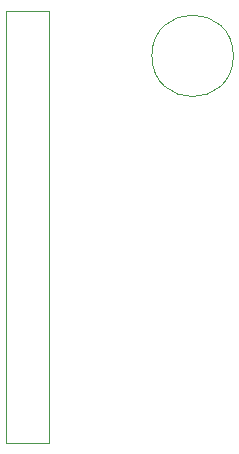
<source format=gbr>
%TF.GenerationSoftware,KiCad,Pcbnew,5.1.9+dfsg1-1~bpo10+1*%
%TF.CreationDate,2022-02-02T01:18:29+08:00*%
%TF.ProjectId,MiniADSR 1.0.1 - Main,4d696e69-4144-4535-9220-312e302e3120,rev?*%
%TF.SameCoordinates,Original*%
%TF.FileFunction,Other,User*%
%FSLAX46Y46*%
G04 Gerber Fmt 4.6, Leading zero omitted, Abs format (unit mm)*
G04 Created by KiCad (PCBNEW 5.1.9+dfsg1-1~bpo10+1) date 2022-02-02 01:18:29*
%MOMM*%
%LPD*%
G01*
G04 APERTURE LIST*
%ADD10C,0.050000*%
G04 APERTURE END LIST*
D10*
%TO.C,J6*%
X138800000Y-118670000D02*
X135200000Y-118670000D01*
X138800000Y-155270000D02*
X138800000Y-118670000D01*
X135200000Y-155270000D02*
X138800000Y-155270000D01*
X135200000Y-118670000D02*
X135200000Y-155270000D01*
%TO.C,REF\u002A\u002A*%
X154450000Y-122500000D02*
G75*
G03*
X154450000Y-122500000I-3450000J0D01*
G01*
%TD*%
M02*

</source>
